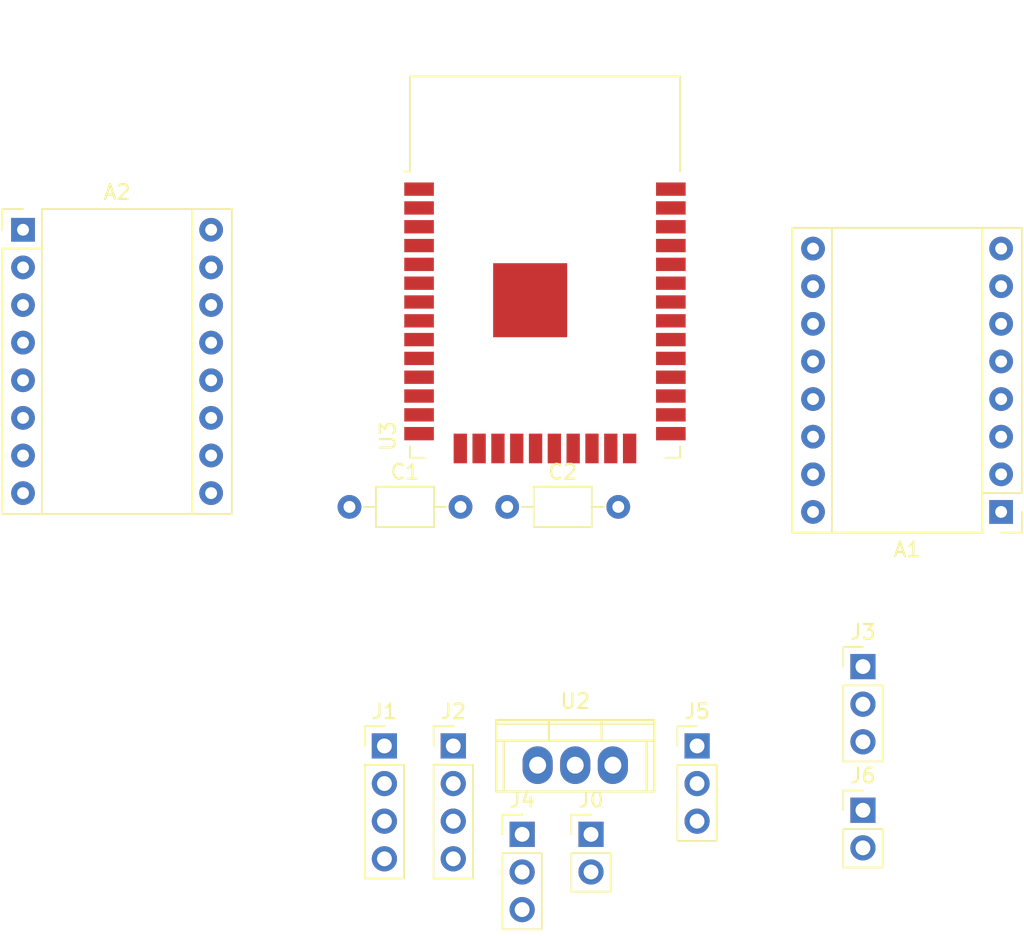
<source format=kicad_pcb>
(kicad_pcb (version 20171130) (host pcbnew "(5.1.5)-3")

  (general
    (thickness 1.6)
    (drawings 0)
    (tracks 0)
    (zones 0)
    (modules 13)
    (nets 51)
  )

  (page A4)
  (layers
    (0 F.Cu signal)
    (31 B.Cu signal)
    (32 B.Adhes user)
    (33 F.Adhes user)
    (34 B.Paste user)
    (35 F.Paste user)
    (36 B.SilkS user)
    (37 F.SilkS user)
    (38 B.Mask user)
    (39 F.Mask user)
    (40 Dwgs.User user)
    (41 Cmts.User user)
    (42 Eco1.User user)
    (43 Eco2.User user)
    (44 Edge.Cuts user)
    (45 Margin user)
    (46 B.CrtYd user)
    (47 F.CrtYd user)
    (48 B.Fab user)
    (49 F.Fab user hide)
  )

  (setup
    (last_trace_width 0.25)
    (trace_clearance 0.2)
    (zone_clearance 0.508)
    (zone_45_only no)
    (trace_min 0.2)
    (via_size 0.8)
    (via_drill 0.4)
    (via_min_size 0.4)
    (via_min_drill 0.3)
    (uvia_size 0.3)
    (uvia_drill 0.1)
    (uvias_allowed no)
    (uvia_min_size 0.2)
    (uvia_min_drill 0.1)
    (edge_width 0.05)
    (segment_width 0.2)
    (pcb_text_width 0.3)
    (pcb_text_size 1.5 1.5)
    (mod_edge_width 0.12)
    (mod_text_size 1 1)
    (mod_text_width 0.15)
    (pad_size 1.524 1.524)
    (pad_drill 0.762)
    (pad_to_mask_clearance 0.051)
    (solder_mask_min_width 0.25)
    (aux_axis_origin 0 0)
    (visible_elements 7FFFFFFF)
    (pcbplotparams
      (layerselection 0x010fc_ffffffff)
      (usegerberextensions false)
      (usegerberattributes false)
      (usegerberadvancedattributes false)
      (creategerberjobfile false)
      (excludeedgelayer true)
      (linewidth 0.100000)
      (plotframeref false)
      (viasonmask false)
      (mode 1)
      (useauxorigin false)
      (hpglpennumber 1)
      (hpglpenspeed 20)
      (hpglpendiameter 15.000000)
      (psnegative false)
      (psa4output false)
      (plotreference true)
      (plotvalue true)
      (plotinvisibletext false)
      (padsonsilk false)
      (subtractmaskfromsilk false)
      (outputformat 1)
      (mirror false)
      (drillshape 1)
      (scaleselection 1)
      (outputdirectory ""))
  )

  (net 0 "")
  (net 1 GND)
  (net 2 +3V3)
  (net 3 "Net-(A1-Pad3)")
  (net 4 "Net-(A1-Pad4)")
  (net 5 "Net-(A1-Pad5)")
  (net 6 "Net-(A1-Pad6)")
  (net 7 +12V)
  (net 8 "Net-(A2-Pad3)")
  (net 9 "Net-(A2-Pad4)")
  (net 10 "Net-(A2-Pad5)")
  (net 11 "Net-(A2-Pad6)")
  (net 12 "Net-(J6-Pad1)")
  (net 13 Opto1)
  (net 14 Opto2)
  (net 15 D1Step)
  (net 16 D1Dir)
  (net 17 D2Step)
  (net 18 D2Dir)
  (net 19 "Net-(U3-Pad37)")
  (net 20 "Net-(U3-Pad36)")
  (net 21 "Net-(U3-Pad33)")
  (net 22 "Net-(U3-Pad32)")
  (net 23 "Net-(U3-Pad24)")
  (net 24 "Net-(U3-Pad23)")
  (net 25 "Net-(U3-Pad22)")
  (net 26 "Net-(U3-Pad21)")
  (net 27 "Net-(U3-Pad20)")
  (net 28 "Net-(U3-Pad19)")
  (net 29 "Net-(U3-Pad18)")
  (net 30 "Net-(U3-Pad17)")
  (net 31 "Net-(U3-Pad16)")
  (net 32 "Net-(U3-Pad14)")
  (net 33 "Net-(U3-Pad13)")
  (net 34 "Net-(U3-Pad6)")
  (net 35 D1Enable)
  (net 36 D1CFG1)
  (net 37 D1CFG2)
  (net 38 D1CFG3)
  (net 39 "Net-(A1-Pad13)")
  (net 40 "Net-(A1-Pad14)")
  (net 41 D2Enable)
  (net 42 D2CFG1)
  (net 43 D2CFG2)
  (net 44 D2CFG3)
  (net 45 "Net-(A2-Pad13)")
  (net 46 "Net-(A2-Pad14)")
  (net 47 "Net-(J3-Pad1)")
  (net 48 RX)
  (net 49 TX)
  (net 50 Reserved)

  (net_class Default "This is the default net class."
    (clearance 0.2)
    (trace_width 0.25)
    (via_dia 0.8)
    (via_drill 0.4)
    (uvia_dia 0.3)
    (uvia_drill 0.1)
    (add_net +3V3)
    (add_net D1CFG1)
    (add_net D1CFG2)
    (add_net D1CFG3)
    (add_net D1Dir)
    (add_net D1Enable)
    (add_net D1Step)
    (add_net D2CFG1)
    (add_net D2CFG2)
    (add_net D2CFG3)
    (add_net D2Dir)
    (add_net D2Enable)
    (add_net D2Step)
    (add_net "Net-(A1-Pad13)")
    (add_net "Net-(A1-Pad14)")
    (add_net "Net-(A2-Pad13)")
    (add_net "Net-(A2-Pad14)")
    (add_net "Net-(J3-Pad1)")
    (add_net "Net-(J6-Pad1)")
    (add_net "Net-(U3-Pad13)")
    (add_net "Net-(U3-Pad14)")
    (add_net "Net-(U3-Pad16)")
    (add_net "Net-(U3-Pad17)")
    (add_net "Net-(U3-Pad18)")
    (add_net "Net-(U3-Pad19)")
    (add_net "Net-(U3-Pad20)")
    (add_net "Net-(U3-Pad21)")
    (add_net "Net-(U3-Pad22)")
    (add_net "Net-(U3-Pad23)")
    (add_net "Net-(U3-Pad24)")
    (add_net "Net-(U3-Pad32)")
    (add_net "Net-(U3-Pad33)")
    (add_net "Net-(U3-Pad36)")
    (add_net "Net-(U3-Pad37)")
    (add_net "Net-(U3-Pad6)")
    (add_net Opto1)
    (add_net Opto2)
    (add_net RX)
    (add_net Reserved)
    (add_net TX)
  )

  (net_class Power ""
    (clearance 0.2)
    (trace_width 0.508)
    (via_dia 0.8)
    (via_drill 0.4)
    (uvia_dia 0.3)
    (uvia_drill 0.1)
    (add_net +12V)
    (add_net GND)
    (add_net "Net-(A1-Pad3)")
    (add_net "Net-(A1-Pad4)")
    (add_net "Net-(A1-Pad5)")
    (add_net "Net-(A1-Pad6)")
    (add_net "Net-(A2-Pad3)")
    (add_net "Net-(A2-Pad4)")
    (add_net "Net-(A2-Pad5)")
    (add_net "Net-(A2-Pad6)")
  )

  (module Custom:ESP32-WROOM-32 (layer F.Cu) (tedit 5B5B4654) (tstamp 5ECD354D)
    (at 124.14 104.57)
    (descr "Single 2.4 GHz Wi-Fi and Bluetooth combo chip https://www.espressif.com/sites/default/files/documentation/esp32-wroom-32_datasheet_en.pdf")
    (tags "Single 2.4 GHz Wi-Fi and Bluetooth combo  chip")
    (path /5EC68010)
    (attr smd)
    (fp_text reference U3 (at -10.61 8.43 90) (layer F.SilkS)
      (effects (font (size 1 1) (thickness 0.15)))
    )
    (fp_text value ESP32-WROOM-32D (at 0 11.5) (layer F.Fab)
      (effects (font (size 1 1) (thickness 0.15)))
    )
    (fp_line (start -9.12 -9.445) (end -9.5 -9.445) (layer F.SilkS) (width 0.12))
    (fp_line (start -9.12 -15.865) (end -9.12 -9.445) (layer F.SilkS) (width 0.12))
    (fp_line (start 9.12 -15.865) (end 9.12 -9.445) (layer F.SilkS) (width 0.12))
    (fp_line (start -9.12 -15.865) (end 9.12 -15.865) (layer F.SilkS) (width 0.12))
    (fp_line (start 9.12 9.88) (end 8.12 9.88) (layer F.SilkS) (width 0.12))
    (fp_line (start 9.12 9.1) (end 9.12 9.88) (layer F.SilkS) (width 0.12))
    (fp_line (start -9.12 9.88) (end -8.12 9.88) (layer F.SilkS) (width 0.12))
    (fp_line (start -9.12 9.1) (end -9.12 9.88) (layer F.SilkS) (width 0.12))
    (fp_line (start 8.4 -20.6) (end 8.2 -20.4) (layer Cmts.User) (width 0.1))
    (fp_line (start 8.4 -16) (end 8.4 -20.6) (layer Cmts.User) (width 0.1))
    (fp_line (start 8.4 -20.6) (end 8.6 -20.4) (layer Cmts.User) (width 0.1))
    (fp_line (start 8.4 -16) (end 8.6 -16.2) (layer Cmts.User) (width 0.1))
    (fp_line (start 8.4 -16) (end 8.2 -16.2) (layer Cmts.User) (width 0.1))
    (fp_line (start -9.2 -13.875) (end -9.4 -14.075) (layer Cmts.User) (width 0.1))
    (fp_line (start -13.8 -13.875) (end -9.2 -13.875) (layer Cmts.User) (width 0.1))
    (fp_line (start -9.2 -13.875) (end -9.4 -13.675) (layer Cmts.User) (width 0.1))
    (fp_line (start -13.8 -13.875) (end -13.6 -13.675) (layer Cmts.User) (width 0.1))
    (fp_line (start -13.8 -13.875) (end -13.6 -14.075) (layer Cmts.User) (width 0.1))
    (fp_line (start 9.2 -13.875) (end 9.4 -13.675) (layer Cmts.User) (width 0.1))
    (fp_line (start 9.2 -13.875) (end 9.4 -14.075) (layer Cmts.User) (width 0.1))
    (fp_line (start 13.8 -13.875) (end 13.6 -13.675) (layer Cmts.User) (width 0.1))
    (fp_line (start 13.8 -13.875) (end 13.6 -14.075) (layer Cmts.User) (width 0.1))
    (fp_line (start 9.2 -13.875) (end 13.8 -13.875) (layer Cmts.User) (width 0.1))
    (fp_line (start 14 -11.585) (end 12 -9.97) (layer Dwgs.User) (width 0.1))
    (fp_line (start 14 -13.2) (end 10 -9.97) (layer Dwgs.User) (width 0.1))
    (fp_line (start 14 -14.815) (end 8 -9.97) (layer Dwgs.User) (width 0.1))
    (fp_line (start 14 -16.43) (end 6 -9.97) (layer Dwgs.User) (width 0.1))
    (fp_line (start 14 -18.045) (end 4 -9.97) (layer Dwgs.User) (width 0.1))
    (fp_line (start 14 -19.66) (end 2 -9.97) (layer Dwgs.User) (width 0.1))
    (fp_line (start 13.475 -20.75) (end 0 -9.97) (layer Dwgs.User) (width 0.1))
    (fp_line (start 11.475 -20.75) (end -2 -9.97) (layer Dwgs.User) (width 0.1))
    (fp_line (start 9.475 -20.75) (end -4 -9.97) (layer Dwgs.User) (width 0.1))
    (fp_line (start 7.475 -20.75) (end -6 -9.97) (layer Dwgs.User) (width 0.1))
    (fp_line (start -8 -9.97) (end 5.475 -20.75) (layer Dwgs.User) (width 0.1))
    (fp_line (start 3.475 -20.75) (end -10 -9.97) (layer Dwgs.User) (width 0.1))
    (fp_line (start 1.475 -20.75) (end -12 -9.97) (layer Dwgs.User) (width 0.1))
    (fp_line (start -0.525 -20.75) (end -14 -9.97) (layer Dwgs.User) (width 0.1))
    (fp_line (start -2.525 -20.75) (end -14 -11.585) (layer Dwgs.User) (width 0.1))
    (fp_line (start -4.525 -20.75) (end -14 -13.2) (layer Dwgs.User) (width 0.1))
    (fp_line (start -6.525 -20.75) (end -14 -14.815) (layer Dwgs.User) (width 0.1))
    (fp_line (start -8.525 -20.75) (end -14 -16.43) (layer Dwgs.User) (width 0.1))
    (fp_line (start -10.525 -20.75) (end -14 -18.045) (layer Dwgs.User) (width 0.1))
    (fp_line (start -12.525 -20.75) (end -14 -19.66) (layer Dwgs.User) (width 0.1))
    (fp_line (start 9.75 -9.72) (end 14.25 -9.72) (layer F.CrtYd) (width 0.05))
    (fp_line (start -14.25 -9.72) (end -9.75 -9.72) (layer F.CrtYd) (width 0.05))
    (fp_line (start 14.25 -21) (end 14.25 -9.72) (layer F.CrtYd) (width 0.05))
    (fp_line (start -14.25 -21) (end -14.25 -9.72) (layer F.CrtYd) (width 0.05))
    (fp_line (start 14 -20.75) (end -14 -20.75) (layer Dwgs.User) (width 0.1))
    (fp_line (start 14 -9.97) (end 14 -20.75) (layer Dwgs.User) (width 0.1))
    (fp_line (start 14 -9.97) (end -14 -9.97) (layer Dwgs.User) (width 0.1))
    (fp_line (start -9 -9.02) (end -8.5 -9.52) (layer F.Fab) (width 0.1))
    (fp_line (start -8.5 -9.52) (end -9 -10.02) (layer F.Fab) (width 0.1))
    (fp_line (start -9 -9.02) (end -9 9.76) (layer F.Fab) (width 0.1))
    (fp_line (start -14.25 -21) (end 14.25 -21) (layer F.CrtYd) (width 0.05))
    (fp_line (start 9.75 -9.72) (end 9.75 10.5) (layer F.CrtYd) (width 0.05))
    (fp_line (start -9.75 10.5) (end 9.75 10.5) (layer F.CrtYd) (width 0.05))
    (fp_line (start -9.75 10.5) (end -9.75 -9.72) (layer F.CrtYd) (width 0.05))
    (fp_line (start -9 -15.745) (end 9 -15.745) (layer F.Fab) (width 0.1))
    (fp_line (start -9 -15.745) (end -9 -10.02) (layer F.Fab) (width 0.1))
    (fp_line (start -9 9.76) (end 9 9.76) (layer F.Fab) (width 0.1))
    (fp_line (start 9 9.76) (end 9 -15.745) (layer F.Fab) (width 0.1))
    (fp_line (start -14 -9.97) (end -14 -20.75) (layer Dwgs.User) (width 0.1))
    (fp_text user "5 mm" (at 7.8 -19.075 90) (layer Cmts.User)
      (effects (font (size 0.5 0.5) (thickness 0.1)))
    )
    (fp_text user "5 mm" (at -11.2 -14.375) (layer Cmts.User)
      (effects (font (size 0.5 0.5) (thickness 0.1)))
    )
    (fp_text user "5 mm" (at 11.8 -14.375) (layer Cmts.User)
      (effects (font (size 0.5 0.5) (thickness 0.1)))
    )
    (fp_text user Antenna (at 0 -13) (layer Cmts.User)
      (effects (font (size 1 1) (thickness 0.15)))
    )
    (fp_text user "KEEP-OUT ZONE" (at 0 -19) (layer Cmts.User)
      (effects (font (size 1 1) (thickness 0.15)))
    )
    (fp_text user %R (at 0 0) (layer F.Fab)
      (effects (font (size 1 1) (thickness 0.15)))
    )
    (pad 38 smd rect (at 8.5 -8.255) (size 2 0.9) (layers F.Cu F.Paste F.Mask)
      (net 1 GND))
    (pad 37 smd rect (at 8.5 -6.985) (size 2 0.9) (layers F.Cu F.Paste F.Mask)
      (net 19 "Net-(U3-Pad37)"))
    (pad 36 smd rect (at 8.5 -5.715) (size 2 0.9) (layers F.Cu F.Paste F.Mask)
      (net 20 "Net-(U3-Pad36)"))
    (pad 35 smd rect (at 8.5 -4.445) (size 2 0.9) (layers F.Cu F.Paste F.Mask)
      (net 49 TX))
    (pad 34 smd rect (at 8.5 -3.175) (size 2 0.9) (layers F.Cu F.Paste F.Mask)
      (net 48 RX))
    (pad 33 smd rect (at 8.5 -1.905) (size 2 0.9) (layers F.Cu F.Paste F.Mask)
      (net 21 "Net-(U3-Pad33)"))
    (pad 32 smd rect (at 8.5 -0.635) (size 2 0.9) (layers F.Cu F.Paste F.Mask)
      (net 22 "Net-(U3-Pad32)"))
    (pad 31 smd rect (at 8.5 0.635) (size 2 0.9) (layers F.Cu F.Paste F.Mask)
      (net 35 D1Enable))
    (pad 30 smd rect (at 8.5 1.905) (size 2 0.9) (layers F.Cu F.Paste F.Mask)
      (net 36 D1CFG1))
    (pad 29 smd rect (at 8.5 3.175) (size 2 0.9) (layers F.Cu F.Paste F.Mask)
      (net 37 D1CFG2))
    (pad 28 smd rect (at 8.5 4.445) (size 2 0.9) (layers F.Cu F.Paste F.Mask)
      (net 38 D1CFG3))
    (pad 27 smd rect (at 8.5 5.715) (size 2 0.9) (layers F.Cu F.Paste F.Mask)
      (net 15 D1Step))
    (pad 26 smd rect (at 8.5 6.985) (size 2 0.9) (layers F.Cu F.Paste F.Mask)
      (net 16 D1Dir))
    (pad 25 smd rect (at 8.5 8.255) (size 2 0.9) (layers F.Cu F.Paste F.Mask)
      (net 50 Reserved))
    (pad 24 smd rect (at 5.715 9.255 90) (size 2 0.9) (layers F.Cu F.Paste F.Mask)
      (net 23 "Net-(U3-Pad24)"))
    (pad 23 smd rect (at 4.445 9.255 90) (size 2 0.9) (layers F.Cu F.Paste F.Mask)
      (net 24 "Net-(U3-Pad23)"))
    (pad 22 smd rect (at 3.175 9.255 90) (size 2 0.9) (layers F.Cu F.Paste F.Mask)
      (net 25 "Net-(U3-Pad22)"))
    (pad 21 smd rect (at 1.905 9.255 90) (size 2 0.9) (layers F.Cu F.Paste F.Mask)
      (net 26 "Net-(U3-Pad21)"))
    (pad 20 smd rect (at 0.635 9.255 90) (size 2 0.9) (layers F.Cu F.Paste F.Mask)
      (net 27 "Net-(U3-Pad20)"))
    (pad 19 smd rect (at -0.635 9.255 90) (size 2 0.9) (layers F.Cu F.Paste F.Mask)
      (net 28 "Net-(U3-Pad19)"))
    (pad 18 smd rect (at -1.905 9.255 90) (size 2 0.9) (layers F.Cu F.Paste F.Mask)
      (net 29 "Net-(U3-Pad18)"))
    (pad 17 smd rect (at -3.175 9.255 90) (size 2 0.9) (layers F.Cu F.Paste F.Mask)
      (net 30 "Net-(U3-Pad17)"))
    (pad 16 smd rect (at -4.445 9.255 90) (size 2 0.9) (layers F.Cu F.Paste F.Mask)
      (net 31 "Net-(U3-Pad16)"))
    (pad 15 smd rect (at -5.715 9.255 90) (size 2 0.9) (layers F.Cu F.Paste F.Mask)
      (net 1 GND))
    (pad 14 smd rect (at -8.5 8.255) (size 2 0.9) (layers F.Cu F.Paste F.Mask)
      (net 32 "Net-(U3-Pad14)"))
    (pad 13 smd rect (at -8.5 6.985) (size 2 0.9) (layers F.Cu F.Paste F.Mask)
      (net 33 "Net-(U3-Pad13)"))
    (pad 12 smd rect (at -8.5 5.715) (size 2 0.9) (layers F.Cu F.Paste F.Mask)
      (net 41 D2Enable))
    (pad 11 smd rect (at -8.5 4.445) (size 2 0.9) (layers F.Cu F.Paste F.Mask)
      (net 42 D2CFG1))
    (pad 10 smd rect (at -8.5 3.175) (size 2 0.9) (layers F.Cu F.Paste F.Mask)
      (net 43 D2CFG2))
    (pad 9 smd rect (at -8.5 1.905) (size 2 0.9) (layers F.Cu F.Paste F.Mask)
      (net 44 D2CFG3))
    (pad 8 smd rect (at -8.5 0.635) (size 2 0.9) (layers F.Cu F.Paste F.Mask)
      (net 17 D2Step))
    (pad 7 smd rect (at -8.5 -0.635) (size 2 0.9) (layers F.Cu F.Paste F.Mask)
      (net 18 D2Dir))
    (pad 6 smd rect (at -8.5 -1.905) (size 2 0.9) (layers F.Cu F.Paste F.Mask)
      (net 34 "Net-(U3-Pad6)"))
    (pad 5 smd rect (at -8.5 -3.175) (size 2 0.9) (layers F.Cu F.Paste F.Mask)
      (net 14 Opto2))
    (pad 4 smd rect (at -8.5 -4.445) (size 2 0.9) (layers F.Cu F.Paste F.Mask)
      (net 13 Opto1))
    (pad 3 smd rect (at -8.5 -5.715) (size 2 0.9) (layers F.Cu F.Paste F.Mask)
      (net 50 Reserved))
    (pad 2 smd rect (at -8.5 -6.985) (size 2 0.9) (layers F.Cu F.Paste F.Mask)
      (net 12 "Net-(J6-Pad1)"))
    (pad 1 smd rect (at -8.5 -8.255) (size 2 0.9) (layers F.Cu F.Paste F.Mask)
      (net 1 GND))
    (pad 39 smd rect (at -1 -0.755) (size 5 5) (layers F.Cu F.Paste F.Mask)
      (net 1 GND))
    (model ${KISYS3DMOD}/RF_Module.3dshapes/ESP32-WROOM-32.wrl
      (at (xyz 0 0 0))
      (scale (xyz 1 1 1))
      (rotate (xyz 0 0 0))
    )
  )

  (module Power_Integrations:TO-220 (layer F.Cu) (tedit 0) (tstamp 5ECD34DE)
    (at 126.184 135.208)
    (descr "Non Isolated JEDEC TO-220 Package")
    (tags "Power Integration YN Package")
    (path /5EA1C344)
    (fp_text reference U2 (at 0 -4.318) (layer F.SilkS)
      (effects (font (size 1 1) (thickness 0.15)))
    )
    (fp_text value LD1117 (at 0 -4.318) (layer F.Fab)
      (effects (font (size 1 1) (thickness 0.15)))
    )
    (fp_line (start 4.826 -1.651) (end 4.826 1.778) (layer F.SilkS) (width 0.15))
    (fp_line (start -4.826 -1.651) (end -4.826 1.778) (layer F.SilkS) (width 0.15))
    (fp_line (start 5.334 -2.794) (end -5.334 -2.794) (layer F.SilkS) (width 0.15))
    (fp_line (start 1.778 -1.778) (end 1.778 -3.048) (layer F.SilkS) (width 0.15))
    (fp_line (start -1.778 -1.778) (end -1.778 -3.048) (layer F.SilkS) (width 0.15))
    (fp_line (start -5.334 -1.651) (end 5.334 -1.651) (layer F.SilkS) (width 0.15))
    (fp_line (start 5.334 1.778) (end -5.334 1.778) (layer F.SilkS) (width 0.15))
    (fp_line (start -5.334 -3.048) (end -5.334 1.778) (layer F.SilkS) (width 0.15))
    (fp_line (start 5.334 -3.048) (end 5.334 1.778) (layer F.SilkS) (width 0.15))
    (fp_line (start 5.334 -3.048) (end -5.334 -3.048) (layer F.SilkS) (width 0.15))
    (pad 2 thru_hole oval (at 0 0) (size 2.032 2.54) (drill 1.143) (layers *.Cu *.Mask)
      (net 2 +3V3))
    (pad 3 thru_hole oval (at 2.54 0) (size 2.032 2.54) (drill 1.143) (layers *.Cu *.Mask)
      (net 7 +12V))
    (pad 1 thru_hole oval (at -2.54 0) (size 2.032 2.54) (drill 1.143) (layers *.Cu *.Mask)
      (net 1 GND))
  )

  (module Socket_Strips:Socket_Strip_Straight_1x02_Pitch2.54mm (layer F.Cu) (tedit 58CD5446) (tstamp 5ECD34DB)
    (at 145.61 138.25)
    (descr "Through hole straight socket strip, 1x02, 2.54mm pitch, single row")
    (tags "Through hole socket strip THT 1x02 2.54mm single row")
    (path /5ECBE2A5)
    (fp_text reference J6 (at 0 -2.33) (layer F.SilkS)
      (effects (font (size 1 1) (thickness 0.15)))
    )
    (fp_text value "ESP POWER" (at 0 4.87) (layer F.Fab)
      (effects (font (size 1 1) (thickness 0.15)))
    )
    (fp_line (start -1.27 -1.27) (end -1.27 3.81) (layer F.Fab) (width 0.1))
    (fp_line (start -1.27 3.81) (end 1.27 3.81) (layer F.Fab) (width 0.1))
    (fp_line (start 1.27 3.81) (end 1.27 -1.27) (layer F.Fab) (width 0.1))
    (fp_line (start 1.27 -1.27) (end -1.27 -1.27) (layer F.Fab) (width 0.1))
    (fp_line (start -1.33 1.27) (end -1.33 3.87) (layer F.SilkS) (width 0.12))
    (fp_line (start -1.33 3.87) (end 1.33 3.87) (layer F.SilkS) (width 0.12))
    (fp_line (start 1.33 3.87) (end 1.33 1.27) (layer F.SilkS) (width 0.12))
    (fp_line (start 1.33 1.27) (end -1.33 1.27) (layer F.SilkS) (width 0.12))
    (fp_line (start -1.33 0) (end -1.33 -1.33) (layer F.SilkS) (width 0.12))
    (fp_line (start -1.33 -1.33) (end 0 -1.33) (layer F.SilkS) (width 0.12))
    (fp_line (start -1.8 -1.8) (end -1.8 4.35) (layer F.CrtYd) (width 0.05))
    (fp_line (start -1.8 4.35) (end 1.8 4.35) (layer F.CrtYd) (width 0.05))
    (fp_line (start 1.8 4.35) (end 1.8 -1.8) (layer F.CrtYd) (width 0.05))
    (fp_line (start 1.8 -1.8) (end -1.8 -1.8) (layer F.CrtYd) (width 0.05))
    (fp_text user %R (at 0 -2.33) (layer F.Fab)
      (effects (font (size 1 1) (thickness 0.15)))
    )
    (pad 1 thru_hole rect (at 0 0) (size 1.7 1.7) (drill 1) (layers *.Cu *.Mask)
      (net 12 "Net-(J6-Pad1)"))
    (pad 2 thru_hole oval (at 0 2.54) (size 1.7 1.7) (drill 1) (layers *.Cu *.Mask)
      (net 2 +3V3))
    (model ${KISYS3DMOD}/Socket_Strips.3dshapes/Socket_Strip_Straight_1x02_Pitch2.54mm.wrl
      (offset (xyz 0 -1.269999980926514 0))
      (scale (xyz 1 1 1))
      (rotate (xyz 0 0 270))
    )
  )

  (module Socket_Strips:Socket_Strip_Straight_1x03_Pitch2.54mm (layer F.Cu) (tedit 58CD5446) (tstamp 5ECD34D8)
    (at 134.41 133.91)
    (descr "Through hole straight socket strip, 1x03, 2.54mm pitch, single row")
    (tags "Through hole socket strip THT 1x03 2.54mm single row")
    (path /5ED10289)
    (fp_text reference J5 (at 0 -2.33) (layer F.SilkS)
      (effects (font (size 1 1) (thickness 0.15)))
    )
    (fp_text value UART (at 0 7.41) (layer F.Fab)
      (effects (font (size 1 1) (thickness 0.15)))
    )
    (fp_line (start -1.27 -1.27) (end -1.27 6.35) (layer F.Fab) (width 0.1))
    (fp_line (start -1.27 6.35) (end 1.27 6.35) (layer F.Fab) (width 0.1))
    (fp_line (start 1.27 6.35) (end 1.27 -1.27) (layer F.Fab) (width 0.1))
    (fp_line (start 1.27 -1.27) (end -1.27 -1.27) (layer F.Fab) (width 0.1))
    (fp_line (start -1.33 1.27) (end -1.33 6.41) (layer F.SilkS) (width 0.12))
    (fp_line (start -1.33 6.41) (end 1.33 6.41) (layer F.SilkS) (width 0.12))
    (fp_line (start 1.33 6.41) (end 1.33 1.27) (layer F.SilkS) (width 0.12))
    (fp_line (start 1.33 1.27) (end -1.33 1.27) (layer F.SilkS) (width 0.12))
    (fp_line (start -1.33 0) (end -1.33 -1.33) (layer F.SilkS) (width 0.12))
    (fp_line (start -1.33 -1.33) (end 0 -1.33) (layer F.SilkS) (width 0.12))
    (fp_line (start -1.8 -1.8) (end -1.8 6.85) (layer F.CrtYd) (width 0.05))
    (fp_line (start -1.8 6.85) (end 1.8 6.85) (layer F.CrtYd) (width 0.05))
    (fp_line (start 1.8 6.85) (end 1.8 -1.8) (layer F.CrtYd) (width 0.05))
    (fp_line (start 1.8 -1.8) (end -1.8 -1.8) (layer F.CrtYd) (width 0.05))
    (fp_text user %R (at 0 -2.33) (layer F.Fab)
      (effects (font (size 1 1) (thickness 0.15)))
    )
    (pad 1 thru_hole rect (at 0 0) (size 1.7 1.7) (drill 1) (layers *.Cu *.Mask)
      (net 1 GND))
    (pad 2 thru_hole oval (at 0 2.54) (size 1.7 1.7) (drill 1) (layers *.Cu *.Mask)
      (net 48 RX))
    (pad 3 thru_hole oval (at 0 5.08) (size 1.7 1.7) (drill 1) (layers *.Cu *.Mask)
      (net 49 TX))
    (model ${KISYS3DMOD}/Socket_Strips.3dshapes/Socket_Strip_Straight_1x03_Pitch2.54mm.wrl
      (offset (xyz 0 -2.539999961853027 0))
      (scale (xyz 1 1 1))
      (rotate (xyz 0 0 270))
    )
  )

  (module Socket_Strips:Socket_Strip_Straight_1x03_Pitch2.54mm (layer F.Cu) (tedit 58CD5446) (tstamp 5ECD34D5)
    (at 122.6 139.88)
    (descr "Through hole straight socket strip, 1x03, 2.54mm pitch, single row")
    (tags "Through hole socket strip THT 1x03 2.54mm single row")
    (path /5E9E28A1)
    (fp_text reference J4 (at 0 -2.33) (layer F.SilkS)
      (effects (font (size 1 1) (thickness 0.15)))
    )
    (fp_text value "Opto 2" (at 0 7.41) (layer F.Fab)
      (effects (font (size 1 1) (thickness 0.15)))
    )
    (fp_line (start -1.27 -1.27) (end -1.27 6.35) (layer F.Fab) (width 0.1))
    (fp_line (start -1.27 6.35) (end 1.27 6.35) (layer F.Fab) (width 0.1))
    (fp_line (start 1.27 6.35) (end 1.27 -1.27) (layer F.Fab) (width 0.1))
    (fp_line (start 1.27 -1.27) (end -1.27 -1.27) (layer F.Fab) (width 0.1))
    (fp_line (start -1.33 1.27) (end -1.33 6.41) (layer F.SilkS) (width 0.12))
    (fp_line (start -1.33 6.41) (end 1.33 6.41) (layer F.SilkS) (width 0.12))
    (fp_line (start 1.33 6.41) (end 1.33 1.27) (layer F.SilkS) (width 0.12))
    (fp_line (start 1.33 1.27) (end -1.33 1.27) (layer F.SilkS) (width 0.12))
    (fp_line (start -1.33 0) (end -1.33 -1.33) (layer F.SilkS) (width 0.12))
    (fp_line (start -1.33 -1.33) (end 0 -1.33) (layer F.SilkS) (width 0.12))
    (fp_line (start -1.8 -1.8) (end -1.8 6.85) (layer F.CrtYd) (width 0.05))
    (fp_line (start -1.8 6.85) (end 1.8 6.85) (layer F.CrtYd) (width 0.05))
    (fp_line (start 1.8 6.85) (end 1.8 -1.8) (layer F.CrtYd) (width 0.05))
    (fp_line (start 1.8 -1.8) (end -1.8 -1.8) (layer F.CrtYd) (width 0.05))
    (fp_text user %R (at 0 -2.33) (layer F.Fab)
      (effects (font (size 1 1) (thickness 0.15)))
    )
    (pad 1 thru_hole rect (at 0 0) (size 1.7 1.7) (drill 1) (layers *.Cu *.Mask)
      (net 47 "Net-(J3-Pad1)"))
    (pad 2 thru_hole oval (at 0 2.54) (size 1.7 1.7) (drill 1) (layers *.Cu *.Mask)
      (net 14 Opto2))
    (pad 3 thru_hole oval (at 0 5.08) (size 1.7 1.7) (drill 1) (layers *.Cu *.Mask)
      (net 2 +3V3))
    (model ${KISYS3DMOD}/Socket_Strips.3dshapes/Socket_Strip_Straight_1x03_Pitch2.54mm.wrl
      (offset (xyz 0 -2.539999961853027 0))
      (scale (xyz 1 1 1))
      (rotate (xyz 0 0 270))
    )
  )

  (module Socket_Strips:Socket_Strip_Straight_1x03_Pitch2.54mm (layer F.Cu) (tedit 58CD5446) (tstamp 5ECD34D2)
    (at 145.61 128.55)
    (descr "Through hole straight socket strip, 1x03, 2.54mm pitch, single row")
    (tags "Through hole socket strip THT 1x03 2.54mm single row")
    (path /5E9E0F06)
    (fp_text reference J3 (at 0 -2.33) (layer F.SilkS)
      (effects (font (size 1 1) (thickness 0.15)))
    )
    (fp_text value "Opto 1" (at 0 7.41) (layer F.Fab)
      (effects (font (size 1 1) (thickness 0.15)))
    )
    (fp_line (start -1.27 -1.27) (end -1.27 6.35) (layer F.Fab) (width 0.1))
    (fp_line (start -1.27 6.35) (end 1.27 6.35) (layer F.Fab) (width 0.1))
    (fp_line (start 1.27 6.35) (end 1.27 -1.27) (layer F.Fab) (width 0.1))
    (fp_line (start 1.27 -1.27) (end -1.27 -1.27) (layer F.Fab) (width 0.1))
    (fp_line (start -1.33 1.27) (end -1.33 6.41) (layer F.SilkS) (width 0.12))
    (fp_line (start -1.33 6.41) (end 1.33 6.41) (layer F.SilkS) (width 0.12))
    (fp_line (start 1.33 6.41) (end 1.33 1.27) (layer F.SilkS) (width 0.12))
    (fp_line (start 1.33 1.27) (end -1.33 1.27) (layer F.SilkS) (width 0.12))
    (fp_line (start -1.33 0) (end -1.33 -1.33) (layer F.SilkS) (width 0.12))
    (fp_line (start -1.33 -1.33) (end 0 -1.33) (layer F.SilkS) (width 0.12))
    (fp_line (start -1.8 -1.8) (end -1.8 6.85) (layer F.CrtYd) (width 0.05))
    (fp_line (start -1.8 6.85) (end 1.8 6.85) (layer F.CrtYd) (width 0.05))
    (fp_line (start 1.8 6.85) (end 1.8 -1.8) (layer F.CrtYd) (width 0.05))
    (fp_line (start 1.8 -1.8) (end -1.8 -1.8) (layer F.CrtYd) (width 0.05))
    (fp_text user %R (at 0 -2.33) (layer F.Fab)
      (effects (font (size 1 1) (thickness 0.15)))
    )
    (pad 1 thru_hole rect (at 0 0) (size 1.7 1.7) (drill 1) (layers *.Cu *.Mask)
      (net 47 "Net-(J3-Pad1)"))
    (pad 2 thru_hole oval (at 0 2.54) (size 1.7 1.7) (drill 1) (layers *.Cu *.Mask)
      (net 13 Opto1))
    (pad 3 thru_hole oval (at 0 5.08) (size 1.7 1.7) (drill 1) (layers *.Cu *.Mask)
      (net 2 +3V3))
    (model ${KISYS3DMOD}/Socket_Strips.3dshapes/Socket_Strip_Straight_1x03_Pitch2.54mm.wrl
      (offset (xyz 0 -2.539999961853027 0))
      (scale (xyz 1 1 1))
      (rotate (xyz 0 0 270))
    )
  )

  (module Socket_Strips:Socket_Strip_Straight_1x04_Pitch2.54mm (layer F.Cu) (tedit 58CD5446) (tstamp 5ECD34CF)
    (at 117.95 133.91)
    (descr "Through hole straight socket strip, 1x04, 2.54mm pitch, single row")
    (tags "Through hole socket strip THT 1x04 2.54mm single row")
    (path /5E98E54C)
    (fp_text reference J2 (at 0 -2.33) (layer F.SilkS)
      (effects (font (size 1 1) (thickness 0.15)))
    )
    (fp_text value Stepper2 (at 0 9.95) (layer F.Fab)
      (effects (font (size 1 1) (thickness 0.15)))
    )
    (fp_line (start -1.27 -1.27) (end -1.27 8.89) (layer F.Fab) (width 0.1))
    (fp_line (start -1.27 8.89) (end 1.27 8.89) (layer F.Fab) (width 0.1))
    (fp_line (start 1.27 8.89) (end 1.27 -1.27) (layer F.Fab) (width 0.1))
    (fp_line (start 1.27 -1.27) (end -1.27 -1.27) (layer F.Fab) (width 0.1))
    (fp_line (start -1.33 1.27) (end -1.33 8.95) (layer F.SilkS) (width 0.12))
    (fp_line (start -1.33 8.95) (end 1.33 8.95) (layer F.SilkS) (width 0.12))
    (fp_line (start 1.33 8.95) (end 1.33 1.27) (layer F.SilkS) (width 0.12))
    (fp_line (start 1.33 1.27) (end -1.33 1.27) (layer F.SilkS) (width 0.12))
    (fp_line (start -1.33 0) (end -1.33 -1.33) (layer F.SilkS) (width 0.12))
    (fp_line (start -1.33 -1.33) (end 0 -1.33) (layer F.SilkS) (width 0.12))
    (fp_line (start -1.8 -1.8) (end -1.8 9.4) (layer F.CrtYd) (width 0.05))
    (fp_line (start -1.8 9.4) (end 1.8 9.4) (layer F.CrtYd) (width 0.05))
    (fp_line (start 1.8 9.4) (end 1.8 -1.8) (layer F.CrtYd) (width 0.05))
    (fp_line (start 1.8 -1.8) (end -1.8 -1.8) (layer F.CrtYd) (width 0.05))
    (fp_text user %R (at 0 -2.33) (layer F.Fab)
      (effects (font (size 1 1) (thickness 0.15)))
    )
    (pad 1 thru_hole rect (at 0 0) (size 1.7 1.7) (drill 1) (layers *.Cu *.Mask)
      (net 11 "Net-(A2-Pad6)"))
    (pad 2 thru_hole oval (at 0 2.54) (size 1.7 1.7) (drill 1) (layers *.Cu *.Mask)
      (net 10 "Net-(A2-Pad5)"))
    (pad 3 thru_hole oval (at 0 5.08) (size 1.7 1.7) (drill 1) (layers *.Cu *.Mask)
      (net 9 "Net-(A2-Pad4)"))
    (pad 4 thru_hole oval (at 0 7.62) (size 1.7 1.7) (drill 1) (layers *.Cu *.Mask)
      (net 8 "Net-(A2-Pad3)"))
    (model ${KISYS3DMOD}/Socket_Strips.3dshapes/Socket_Strip_Straight_1x04_Pitch2.54mm.wrl
      (offset (xyz 0 -3.809999942779541 0))
      (scale (xyz 1 1 1))
      (rotate (xyz 0 0 270))
    )
  )

  (module Socket_Strips:Socket_Strip_Straight_1x04_Pitch2.54mm (layer F.Cu) (tedit 58CD5446) (tstamp 5ECD34CC)
    (at 113.3 133.91)
    (descr "Through hole straight socket strip, 1x04, 2.54mm pitch, single row")
    (tags "Through hole socket strip THT 1x04 2.54mm single row")
    (path /5E98CB20)
    (fp_text reference J1 (at 0 -2.33) (layer F.SilkS)
      (effects (font (size 1 1) (thickness 0.15)))
    )
    (fp_text value Stepper1 (at 0 9.95) (layer F.Fab)
      (effects (font (size 1 1) (thickness 0.15)))
    )
    (fp_line (start -1.27 -1.27) (end -1.27 8.89) (layer F.Fab) (width 0.1))
    (fp_line (start -1.27 8.89) (end 1.27 8.89) (layer F.Fab) (width 0.1))
    (fp_line (start 1.27 8.89) (end 1.27 -1.27) (layer F.Fab) (width 0.1))
    (fp_line (start 1.27 -1.27) (end -1.27 -1.27) (layer F.Fab) (width 0.1))
    (fp_line (start -1.33 1.27) (end -1.33 8.95) (layer F.SilkS) (width 0.12))
    (fp_line (start -1.33 8.95) (end 1.33 8.95) (layer F.SilkS) (width 0.12))
    (fp_line (start 1.33 8.95) (end 1.33 1.27) (layer F.SilkS) (width 0.12))
    (fp_line (start 1.33 1.27) (end -1.33 1.27) (layer F.SilkS) (width 0.12))
    (fp_line (start -1.33 0) (end -1.33 -1.33) (layer F.SilkS) (width 0.12))
    (fp_line (start -1.33 -1.33) (end 0 -1.33) (layer F.SilkS) (width 0.12))
    (fp_line (start -1.8 -1.8) (end -1.8 9.4) (layer F.CrtYd) (width 0.05))
    (fp_line (start -1.8 9.4) (end 1.8 9.4) (layer F.CrtYd) (width 0.05))
    (fp_line (start 1.8 9.4) (end 1.8 -1.8) (layer F.CrtYd) (width 0.05))
    (fp_line (start 1.8 -1.8) (end -1.8 -1.8) (layer F.CrtYd) (width 0.05))
    (fp_text user %R (at 0 -2.33) (layer F.Fab)
      (effects (font (size 1 1) (thickness 0.15)))
    )
    (pad 1 thru_hole rect (at 0 0) (size 1.7 1.7) (drill 1) (layers *.Cu *.Mask)
      (net 6 "Net-(A1-Pad6)"))
    (pad 2 thru_hole oval (at 0 2.54) (size 1.7 1.7) (drill 1) (layers *.Cu *.Mask)
      (net 5 "Net-(A1-Pad5)"))
    (pad 3 thru_hole oval (at 0 5.08) (size 1.7 1.7) (drill 1) (layers *.Cu *.Mask)
      (net 4 "Net-(A1-Pad4)"))
    (pad 4 thru_hole oval (at 0 7.62) (size 1.7 1.7) (drill 1) (layers *.Cu *.Mask)
      (net 3 "Net-(A1-Pad3)"))
    (model ${KISYS3DMOD}/Socket_Strips.3dshapes/Socket_Strip_Straight_1x04_Pitch2.54mm.wrl
      (offset (xyz 0 -3.809999942779541 0))
      (scale (xyz 1 1 1))
      (rotate (xyz 0 0 270))
    )
  )

  (module Socket_Strips:Socket_Strip_Straight_1x02_Pitch2.54mm (layer F.Cu) (tedit 58CD5446) (tstamp 5ECD34C9)
    (at 127.25 139.88)
    (descr "Through hole straight socket strip, 1x02, 2.54mm pitch, single row")
    (tags "Through hole socket strip THT 1x02 2.54mm single row")
    (path /5EA53D0B)
    (fp_text reference J0 (at 0 -2.33) (layer F.SilkS)
      (effects (font (size 1 1) (thickness 0.15)))
    )
    (fp_text value "12V GND" (at 0 4.87) (layer F.Fab)
      (effects (font (size 1 1) (thickness 0.15)))
    )
    (fp_line (start -1.27 -1.27) (end -1.27 3.81) (layer F.Fab) (width 0.1))
    (fp_line (start -1.27 3.81) (end 1.27 3.81) (layer F.Fab) (width 0.1))
    (fp_line (start 1.27 3.81) (end 1.27 -1.27) (layer F.Fab) (width 0.1))
    (fp_line (start 1.27 -1.27) (end -1.27 -1.27) (layer F.Fab) (width 0.1))
    (fp_line (start -1.33 1.27) (end -1.33 3.87) (layer F.SilkS) (width 0.12))
    (fp_line (start -1.33 3.87) (end 1.33 3.87) (layer F.SilkS) (width 0.12))
    (fp_line (start 1.33 3.87) (end 1.33 1.27) (layer F.SilkS) (width 0.12))
    (fp_line (start 1.33 1.27) (end -1.33 1.27) (layer F.SilkS) (width 0.12))
    (fp_line (start -1.33 0) (end -1.33 -1.33) (layer F.SilkS) (width 0.12))
    (fp_line (start -1.33 -1.33) (end 0 -1.33) (layer F.SilkS) (width 0.12))
    (fp_line (start -1.8 -1.8) (end -1.8 4.35) (layer F.CrtYd) (width 0.05))
    (fp_line (start -1.8 4.35) (end 1.8 4.35) (layer F.CrtYd) (width 0.05))
    (fp_line (start 1.8 4.35) (end 1.8 -1.8) (layer F.CrtYd) (width 0.05))
    (fp_line (start 1.8 -1.8) (end -1.8 -1.8) (layer F.CrtYd) (width 0.05))
    (fp_text user %R (at 0 -2.33) (layer F.Fab)
      (effects (font (size 1 1) (thickness 0.15)))
    )
    (pad 1 thru_hole rect (at 0 0) (size 1.7 1.7) (drill 1) (layers *.Cu *.Mask)
      (net 7 +12V))
    (pad 2 thru_hole oval (at 0 2.54) (size 1.7 1.7) (drill 1) (layers *.Cu *.Mask)
      (net 1 GND))
    (model ${KISYS3DMOD}/Socket_Strips.3dshapes/Socket_Strip_Straight_1x02_Pitch2.54mm.wrl
      (offset (xyz 0 -1.269999980926514 0))
      (scale (xyz 1 1 1))
      (rotate (xyz 0 0 270))
    )
  )

  (module Capacitors_THT:C_Axial_L3.8mm_D2.6mm_P7.50mm_Horizontal (layer F.Cu) (tedit 597BC7C2) (tstamp 5ECD34C6)
    (at 121.59 117.77)
    (descr "C, Axial series, Axial, Horizontal, pin pitch=7.5mm, , length*diameter=3.8*2.6mm^2, http://www.vishay.com/docs/45231/arseries.pdf")
    (tags "C Axial series Axial Horizontal pin pitch 7.5mm  length 3.8mm diameter 2.6mm")
    (path /5EA38946)
    (fp_text reference C2 (at 3.75 -2.36) (layer F.SilkS)
      (effects (font (size 1 1) (thickness 0.15)))
    )
    (fp_text value 10µF (at 3.75 2.36) (layer F.Fab)
      (effects (font (size 1 1) (thickness 0.15)))
    )
    (fp_line (start 1.85 -1.3) (end 1.85 1.3) (layer F.Fab) (width 0.1))
    (fp_line (start 1.85 1.3) (end 5.65 1.3) (layer F.Fab) (width 0.1))
    (fp_line (start 5.65 1.3) (end 5.65 -1.3) (layer F.Fab) (width 0.1))
    (fp_line (start 5.65 -1.3) (end 1.85 -1.3) (layer F.Fab) (width 0.1))
    (fp_line (start 0 0) (end 1.85 0) (layer F.Fab) (width 0.1))
    (fp_line (start 7.5 0) (end 5.65 0) (layer F.Fab) (width 0.1))
    (fp_line (start 1.79 -1.36) (end 1.79 1.36) (layer F.SilkS) (width 0.12))
    (fp_line (start 1.79 1.36) (end 5.71 1.36) (layer F.SilkS) (width 0.12))
    (fp_line (start 5.71 1.36) (end 5.71 -1.36) (layer F.SilkS) (width 0.12))
    (fp_line (start 5.71 -1.36) (end 1.79 -1.36) (layer F.SilkS) (width 0.12))
    (fp_line (start 0.98 0) (end 1.79 0) (layer F.SilkS) (width 0.12))
    (fp_line (start 6.52 0) (end 5.71 0) (layer F.SilkS) (width 0.12))
    (fp_line (start -1.05 -1.65) (end -1.05 1.65) (layer F.CrtYd) (width 0.05))
    (fp_line (start -1.05 1.65) (end 8.55 1.65) (layer F.CrtYd) (width 0.05))
    (fp_line (start 8.55 1.65) (end 8.55 -1.65) (layer F.CrtYd) (width 0.05))
    (fp_line (start 8.55 -1.65) (end -1.05 -1.65) (layer F.CrtYd) (width 0.05))
    (fp_text user %R (at 3.75 0) (layer F.Fab)
      (effects (font (size 1 1) (thickness 0.15)))
    )
    (pad 1 thru_hole circle (at 0 0) (size 1.6 1.6) (drill 0.8) (layers *.Cu *.Mask)
      (net 2 +3V3))
    (pad 2 thru_hole oval (at 7.5 0) (size 1.6 1.6) (drill 0.8) (layers *.Cu *.Mask)
      (net 1 GND))
    (model ${KISYS3DMOD}/Capacitors_THT.3dshapes/C_Axial_L3.8mm_D2.6mm_P7.50mm_Horizontal.wrl
      (at (xyz 0 0 0))
      (scale (xyz 1 1 1))
      (rotate (xyz 0 0 0))
    )
  )

  (module Capacitors_THT:C_Axial_L3.8mm_D2.6mm_P7.50mm_Horizontal (layer F.Cu) (tedit 597BC7C2) (tstamp 5ECD34C3)
    (at 110.94 117.77)
    (descr "C, Axial series, Axial, Horizontal, pin pitch=7.5mm, , length*diameter=3.8*2.6mm^2, http://www.vishay.com/docs/45231/arseries.pdf")
    (tags "C Axial series Axial Horizontal pin pitch 7.5mm  length 3.8mm diameter 2.6mm")
    (path /5EA37812)
    (fp_text reference C1 (at 3.75 -2.36) (layer F.SilkS)
      (effects (font (size 1 1) (thickness 0.15)))
    )
    (fp_text value 100µF (at 3.75 2.36) (layer F.Fab)
      (effects (font (size 1 1) (thickness 0.15)))
    )
    (fp_line (start 1.85 -1.3) (end 1.85 1.3) (layer F.Fab) (width 0.1))
    (fp_line (start 1.85 1.3) (end 5.65 1.3) (layer F.Fab) (width 0.1))
    (fp_line (start 5.65 1.3) (end 5.65 -1.3) (layer F.Fab) (width 0.1))
    (fp_line (start 5.65 -1.3) (end 1.85 -1.3) (layer F.Fab) (width 0.1))
    (fp_line (start 0 0) (end 1.85 0) (layer F.Fab) (width 0.1))
    (fp_line (start 7.5 0) (end 5.65 0) (layer F.Fab) (width 0.1))
    (fp_line (start 1.79 -1.36) (end 1.79 1.36) (layer F.SilkS) (width 0.12))
    (fp_line (start 1.79 1.36) (end 5.71 1.36) (layer F.SilkS) (width 0.12))
    (fp_line (start 5.71 1.36) (end 5.71 -1.36) (layer F.SilkS) (width 0.12))
    (fp_line (start 5.71 -1.36) (end 1.79 -1.36) (layer F.SilkS) (width 0.12))
    (fp_line (start 0.98 0) (end 1.79 0) (layer F.SilkS) (width 0.12))
    (fp_line (start 6.52 0) (end 5.71 0) (layer F.SilkS) (width 0.12))
    (fp_line (start -1.05 -1.65) (end -1.05 1.65) (layer F.CrtYd) (width 0.05))
    (fp_line (start -1.05 1.65) (end 8.55 1.65) (layer F.CrtYd) (width 0.05))
    (fp_line (start 8.55 1.65) (end 8.55 -1.65) (layer F.CrtYd) (width 0.05))
    (fp_line (start 8.55 -1.65) (end -1.05 -1.65) (layer F.CrtYd) (width 0.05))
    (fp_text user %R (at 3.75 0) (layer F.Fab)
      (effects (font (size 1 1) (thickness 0.15)))
    )
    (pad 1 thru_hole circle (at 0 0) (size 1.6 1.6) (drill 0.8) (layers *.Cu *.Mask)
      (net 7 +12V))
    (pad 2 thru_hole oval (at 7.5 0) (size 1.6 1.6) (drill 0.8) (layers *.Cu *.Mask)
      (net 1 GND))
    (model ${KISYS3DMOD}/Capacitors_THT.3dshapes/C_Axial_L3.8mm_D2.6mm_P7.50mm_Horizontal.wrl
      (at (xyz 0 0 0))
      (scale (xyz 1 1 1))
      (rotate (xyz 0 0 0))
    )
  )

  (module Modules:Pololu_Breakout-16_15.2x20.3mm (layer F.Cu) (tedit 58AB602C) (tstamp 5ECD34C0)
    (at 88.9 99.06)
    (descr "Pololu Breakout 16-pin 15.2x20.3mm 0.6x0.8\\")
    (path /5E987B88)
    (fp_text reference A2 (at 6.35 -2.54) (layer F.SilkS)
      (effects (font (size 1 1) (thickness 0.15)))
    )
    (fp_text value Driver2 (at 6.35 20.17) (layer F.Fab)
      (effects (font (size 1 1) (thickness 0.15)))
    )
    (fp_text user %R (at 6.35 0) (layer F.Fab)
      (effects (font (size 1 1) (thickness 0.15)))
    )
    (fp_line (start 11.43 -1.4) (end 11.43 19.18) (layer F.SilkS) (width 0.12))
    (fp_line (start 1.27 1.27) (end 1.27 19.18) (layer F.SilkS) (width 0.12))
    (fp_line (start 0 -1.4) (end -1.4 -1.4) (layer F.SilkS) (width 0.12))
    (fp_line (start -1.4 -1.4) (end -1.4 0) (layer F.SilkS) (width 0.12))
    (fp_line (start 1.27 -1.4) (end 1.27 1.27) (layer F.SilkS) (width 0.12))
    (fp_line (start 1.27 1.27) (end -1.4 1.27) (layer F.SilkS) (width 0.12))
    (fp_line (start -1.4 1.27) (end -1.4 19.18) (layer F.SilkS) (width 0.12))
    (fp_line (start -1.4 19.18) (end 14.1 19.18) (layer F.SilkS) (width 0.12))
    (fp_line (start 14.1 19.18) (end 14.1 -1.4) (layer F.SilkS) (width 0.12))
    (fp_line (start 14.1 -1.4) (end 1.27 -1.4) (layer F.SilkS) (width 0.12))
    (fp_line (start -1.27 0) (end 0 -1.27) (layer F.Fab) (width 0.1))
    (fp_line (start 0 -1.27) (end 13.97 -1.27) (layer F.Fab) (width 0.1))
    (fp_line (start 13.97 -1.27) (end 13.97 19.05) (layer F.Fab) (width 0.1))
    (fp_line (start 13.97 19.05) (end -1.27 19.05) (layer F.Fab) (width 0.1))
    (fp_line (start -1.27 19.05) (end -1.27 0) (layer F.Fab) (width 0.1))
    (fp_line (start -1.53 -1.52) (end 14.21 -1.52) (layer F.CrtYd) (width 0.05))
    (fp_line (start -1.53 -1.52) (end -1.53 19.3) (layer F.CrtYd) (width 0.05))
    (fp_line (start 14.21 19.3) (end 14.21 -1.52) (layer F.CrtYd) (width 0.05))
    (fp_line (start 14.21 19.3) (end -1.53 19.3) (layer F.CrtYd) (width 0.05))
    (pad 1 thru_hole rect (at 0 0) (size 1.6 1.6) (drill 0.8) (layers *.Cu *.Mask)
      (net 1 GND))
    (pad 9 thru_hole oval (at 12.7 17.78) (size 1.6 1.6) (drill 0.8) (layers *.Cu *.Mask)
      (net 41 D2Enable))
    (pad 2 thru_hole oval (at 0 2.54) (size 1.6 1.6) (drill 0.8) (layers *.Cu *.Mask)
      (net 2 +3V3))
    (pad 10 thru_hole oval (at 12.7 15.24) (size 1.6 1.6) (drill 0.8) (layers *.Cu *.Mask)
      (net 42 D2CFG1))
    (pad 3 thru_hole oval (at 0 5.08) (size 1.6 1.6) (drill 0.8) (layers *.Cu *.Mask)
      (net 8 "Net-(A2-Pad3)"))
    (pad 11 thru_hole oval (at 12.7 12.7) (size 1.6 1.6) (drill 0.8) (layers *.Cu *.Mask)
      (net 43 D2CFG2))
    (pad 4 thru_hole oval (at 0 7.62) (size 1.6 1.6) (drill 0.8) (layers *.Cu *.Mask)
      (net 9 "Net-(A2-Pad4)"))
    (pad 12 thru_hole oval (at 12.7 10.16) (size 1.6 1.6) (drill 0.8) (layers *.Cu *.Mask)
      (net 44 D2CFG3))
    (pad 5 thru_hole oval (at 0 10.16) (size 1.6 1.6) (drill 0.8) (layers *.Cu *.Mask)
      (net 10 "Net-(A2-Pad5)"))
    (pad 13 thru_hole oval (at 12.7 7.62) (size 1.6 1.6) (drill 0.8) (layers *.Cu *.Mask)
      (net 45 "Net-(A2-Pad13)"))
    (pad 6 thru_hole oval (at 0 12.7) (size 1.6 1.6) (drill 0.8) (layers *.Cu *.Mask)
      (net 11 "Net-(A2-Pad6)"))
    (pad 14 thru_hole oval (at 12.7 5.08) (size 1.6 1.6) (drill 0.8) (layers *.Cu *.Mask)
      (net 46 "Net-(A2-Pad14)"))
    (pad 7 thru_hole oval (at 0 15.24) (size 1.6 1.6) (drill 0.8) (layers *.Cu *.Mask)
      (net 1 GND))
    (pad 15 thru_hole oval (at 12.7 2.54) (size 1.6 1.6) (drill 0.8) (layers *.Cu *.Mask)
      (net 17 D2Step))
    (pad 8 thru_hole oval (at 0 17.78) (size 1.6 1.6) (drill 0.8) (layers *.Cu *.Mask)
      (net 7 +12V))
    (pad 16 thru_hole oval (at 12.7 0) (size 1.6 1.6) (drill 0.8) (layers *.Cu *.Mask)
      (net 18 D2Dir))
  )

  (module Modules:Pololu_Breakout-16_15.2x20.3mm (layer F.Cu) (tedit 58AB602C) (tstamp 5ECD34BD)
    (at 154.94 118.11 180)
    (descr "Pololu Breakout 16-pin 15.2x20.3mm 0.6x0.8\\")
    (path /5E9864AE)
    (fp_text reference A1 (at 6.35 -2.54) (layer F.SilkS)
      (effects (font (size 1 1) (thickness 0.15)))
    )
    (fp_text value Driver1 (at 6.35 20.17) (layer F.Fab)
      (effects (font (size 1 1) (thickness 0.15)))
    )
    (fp_text user %R (at 6.35 0) (layer F.Fab)
      (effects (font (size 1 1) (thickness 0.15)))
    )
    (fp_line (start 11.43 -1.4) (end 11.43 19.18) (layer F.SilkS) (width 0.12))
    (fp_line (start 1.27 1.27) (end 1.27 19.18) (layer F.SilkS) (width 0.12))
    (fp_line (start 0 -1.4) (end -1.4 -1.4) (layer F.SilkS) (width 0.12))
    (fp_line (start -1.4 -1.4) (end -1.4 0) (layer F.SilkS) (width 0.12))
    (fp_line (start 1.27 -1.4) (end 1.27 1.27) (layer F.SilkS) (width 0.12))
    (fp_line (start 1.27 1.27) (end -1.4 1.27) (layer F.SilkS) (width 0.12))
    (fp_line (start -1.4 1.27) (end -1.4 19.18) (layer F.SilkS) (width 0.12))
    (fp_line (start -1.4 19.18) (end 14.1 19.18) (layer F.SilkS) (width 0.12))
    (fp_line (start 14.1 19.18) (end 14.1 -1.4) (layer F.SilkS) (width 0.12))
    (fp_line (start 14.1 -1.4) (end 1.27 -1.4) (layer F.SilkS) (width 0.12))
    (fp_line (start -1.27 0) (end 0 -1.27) (layer F.Fab) (width 0.1))
    (fp_line (start 0 -1.27) (end 13.97 -1.27) (layer F.Fab) (width 0.1))
    (fp_line (start 13.97 -1.27) (end 13.97 19.05) (layer F.Fab) (width 0.1))
    (fp_line (start 13.97 19.05) (end -1.27 19.05) (layer F.Fab) (width 0.1))
    (fp_line (start -1.27 19.05) (end -1.27 0) (layer F.Fab) (width 0.1))
    (fp_line (start -1.53 -1.52) (end 14.21 -1.52) (layer F.CrtYd) (width 0.05))
    (fp_line (start -1.53 -1.52) (end -1.53 19.3) (layer F.CrtYd) (width 0.05))
    (fp_line (start 14.21 19.3) (end 14.21 -1.52) (layer F.CrtYd) (width 0.05))
    (fp_line (start 14.21 19.3) (end -1.53 19.3) (layer F.CrtYd) (width 0.05))
    (pad 1 thru_hole rect (at 0 0 180) (size 1.6 1.6) (drill 0.8) (layers *.Cu *.Mask)
      (net 1 GND))
    (pad 9 thru_hole oval (at 12.7 17.78 180) (size 1.6 1.6) (drill 0.8) (layers *.Cu *.Mask)
      (net 35 D1Enable))
    (pad 2 thru_hole oval (at 0 2.54 180) (size 1.6 1.6) (drill 0.8) (layers *.Cu *.Mask)
      (net 2 +3V3))
    (pad 10 thru_hole oval (at 12.7 15.24 180) (size 1.6 1.6) (drill 0.8) (layers *.Cu *.Mask)
      (net 36 D1CFG1))
    (pad 3 thru_hole oval (at 0 5.08 180) (size 1.6 1.6) (drill 0.8) (layers *.Cu *.Mask)
      (net 3 "Net-(A1-Pad3)"))
    (pad 11 thru_hole oval (at 12.7 12.7 180) (size 1.6 1.6) (drill 0.8) (layers *.Cu *.Mask)
      (net 37 D1CFG2))
    (pad 4 thru_hole oval (at 0 7.62 180) (size 1.6 1.6) (drill 0.8) (layers *.Cu *.Mask)
      (net 4 "Net-(A1-Pad4)"))
    (pad 12 thru_hole oval (at 12.7 10.16 180) (size 1.6 1.6) (drill 0.8) (layers *.Cu *.Mask)
      (net 38 D1CFG3))
    (pad 5 thru_hole oval (at 0 10.16 180) (size 1.6 1.6) (drill 0.8) (layers *.Cu *.Mask)
      (net 5 "Net-(A1-Pad5)"))
    (pad 13 thru_hole oval (at 12.7 7.62 180) (size 1.6 1.6) (drill 0.8) (layers *.Cu *.Mask)
      (net 39 "Net-(A1-Pad13)"))
    (pad 6 thru_hole oval (at 0 12.7 180) (size 1.6 1.6) (drill 0.8) (layers *.Cu *.Mask)
      (net 6 "Net-(A1-Pad6)"))
    (pad 14 thru_hole oval (at 12.7 5.08 180) (size 1.6 1.6) (drill 0.8) (layers *.Cu *.Mask)
      (net 40 "Net-(A1-Pad14)"))
    (pad 7 thru_hole oval (at 0 15.24 180) (size 1.6 1.6) (drill 0.8) (layers *.Cu *.Mask)
      (net 1 GND))
    (pad 15 thru_hole oval (at 12.7 2.54 180) (size 1.6 1.6) (drill 0.8) (layers *.Cu *.Mask)
      (net 15 D1Step))
    (pad 8 thru_hole oval (at 0 17.78 180) (size 1.6 1.6) (drill 0.8) (layers *.Cu *.Mask)
      (net 7 +12V))
    (pad 16 thru_hole oval (at 12.7 0 180) (size 1.6 1.6) (drill 0.8) (layers *.Cu *.Mask)
      (net 16 D1Dir))
  )

)

</source>
